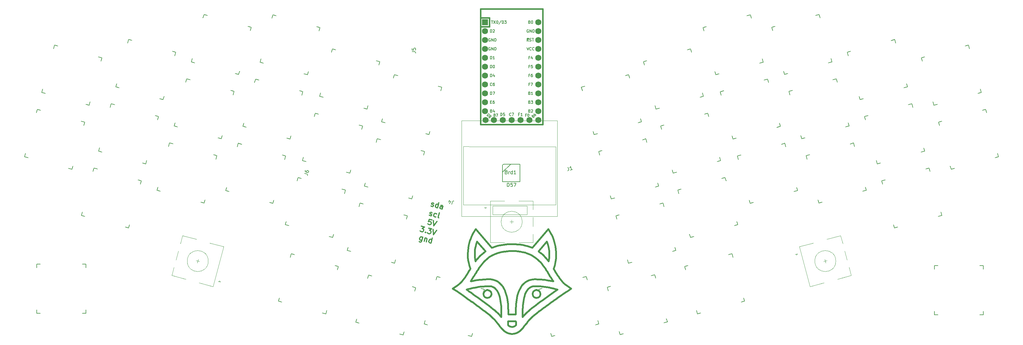
<source format=gbr>
%TF.GenerationSoftware,KiCad,Pcbnew,(6.0.0)*%
%TF.CreationDate,2022-07-03T18:01:25-07:00*%
%TF.ProjectId,ffkb,66666b62-2e6b-4696-9361-645f70636258,rev?*%
%TF.SameCoordinates,Original*%
%TF.FileFunction,Legend,Top*%
%TF.FilePolarity,Positive*%
%FSLAX46Y46*%
G04 Gerber Fmt 4.6, Leading zero omitted, Abs format (unit mm)*
G04 Created by KiCad (PCBNEW (6.0.0)) date 2022-07-03 18:01:25*
%MOMM*%
%LPD*%
G01*
G04 APERTURE LIST*
%ADD10C,0.500000*%
%ADD11C,0.300000*%
%ADD12C,0.200000*%
%ADD13C,0.150000*%
%ADD14C,0.120000*%
%ADD15C,0.381000*%
%ADD16R,1.752600X1.752600*%
%ADD17C,1.752600*%
G04 APERTURE END LIST*
D10*
X153546410Y-101217525D02*
X153031085Y-100835302D01*
X152552564Y-100398222D01*
X152104821Y-99912868D01*
X151785588Y-99521133D01*
X151477739Y-99108724D01*
X151178731Y-98678419D01*
X150886024Y-98232994D01*
X150597077Y-97775227D01*
X150309347Y-97307896D01*
X150116950Y-96992400D01*
X141851968Y-109093108D02*
X141851968Y-109093108D01*
X127464839Y-89907781D02*
X127590995Y-89399176D01*
X127741445Y-88896374D01*
X127857892Y-88557540D01*
X143728191Y-103563455D02*
X143839780Y-104060111D01*
X144182714Y-104481450D01*
X144687333Y-104695835D01*
X144859610Y-104709034D01*
X134794391Y-110150461D02*
X134460133Y-109756342D01*
X134098896Y-109358447D01*
X133841172Y-109093045D01*
X122133868Y-102847042D02*
X122720922Y-103249422D01*
X123218604Y-103592617D01*
X123834259Y-104019311D01*
X124546397Y-104515747D01*
X125333531Y-105068166D01*
X125748505Y-105361069D01*
X126174170Y-105662808D01*
X126607840Y-105971664D01*
X127046828Y-106285915D01*
X127488448Y-106603844D01*
X127930014Y-106923729D01*
X128368839Y-107243851D01*
X128802239Y-107562490D01*
X129227527Y-107877926D01*
X129642016Y-108188439D01*
X130043021Y-108492310D01*
X130793832Y-109073244D01*
X131458473Y-109606970D01*
X132015454Y-110079729D01*
X132443287Y-110477762D01*
X122146632Y-101204183D02*
X120913204Y-102016118D01*
X141851968Y-109093108D02*
X141501199Y-109458119D01*
X141147057Y-109855442D01*
X140898669Y-110150520D01*
X141708160Y-112318120D02*
X142015087Y-111920007D01*
X142333230Y-111518703D01*
X142669306Y-111116911D01*
X143030034Y-110717335D01*
X143249819Y-110491040D01*
X136724529Y-111604801D02*
X136733267Y-111375536D01*
X138968667Y-111604796D02*
X138987541Y-112114737D01*
X138998304Y-112465559D01*
X131964878Y-103563454D02*
X131853265Y-103066766D01*
X131510470Y-102645437D01*
X131006303Y-102431073D01*
X130834245Y-102417878D01*
X137846571Y-112990631D02*
X137320579Y-112889226D01*
X136868409Y-112615895D01*
X136694903Y-112465558D01*
X149752485Y-96396216D02*
X149922793Y-95880886D01*
X150067372Y-95372491D01*
X150187532Y-94871612D01*
X150284580Y-94378830D01*
X150414588Y-93419875D01*
X150467873Y-92500273D01*
X150454915Y-91624669D01*
X150386194Y-90797707D01*
X150272188Y-90024034D01*
X150123376Y-89308293D01*
X149950238Y-88655130D01*
X149763253Y-88069191D01*
X149572899Y-87555119D01*
X149303975Y-86928927D01*
X149031426Y-86388897D01*
X148937372Y-86225367D01*
X144859614Y-102417875D02*
X144369204Y-102530829D01*
X143953037Y-102878006D01*
X143741232Y-103388979D01*
X143728191Y-103563455D01*
X136694903Y-112465558D02*
X136711454Y-111951622D01*
X136724529Y-111604801D01*
X154779966Y-102029401D02*
X153546410Y-101217525D01*
X129661750Y-91846518D02*
X129251855Y-92189744D01*
X128864959Y-92545310D01*
X128499266Y-92912018D01*
X128152977Y-93288671D01*
X127824296Y-93674070D01*
X127511425Y-94067018D01*
X127390302Y-94226043D01*
X133984976Y-112318117D02*
X134376028Y-112823143D01*
X134772188Y-113306895D01*
X135183994Y-113755175D01*
X135621984Y-114153787D01*
X136096699Y-114488532D01*
X136618676Y-114745212D01*
X137198456Y-114909631D01*
X137846576Y-114967590D01*
X130834245Y-102417878D02*
X130834245Y-102417878D01*
X132443318Y-110491040D02*
X132821116Y-110888139D01*
X133170442Y-111288994D01*
X133498014Y-111690905D01*
X133810549Y-112091171D01*
X133984976Y-112318117D01*
X147836446Y-88556166D02*
X148004555Y-89059250D01*
X148163586Y-89631463D01*
X148302342Y-90267556D01*
X148386370Y-90783388D01*
X148447973Y-91329985D01*
X148482430Y-91905132D01*
X148485016Y-92506615D01*
X148451009Y-93132218D01*
X148375686Y-93779728D01*
X148300186Y-94222478D01*
X126025717Y-99969085D02*
X126308310Y-99549455D01*
X126582850Y-99124311D01*
X126851156Y-98695806D01*
X127115047Y-98266093D01*
X127264559Y-98020831D01*
X145404453Y-91382702D02*
X147836446Y-88556166D01*
X137846576Y-114967590D02*
X138494689Y-114909627D01*
X139074463Y-114745207D01*
X139596438Y-114488526D01*
X140071150Y-114153781D01*
X140509140Y-113755171D01*
X140920946Y-113306892D01*
X141317106Y-112823143D01*
X141708160Y-112318120D01*
X144859614Y-102417875D02*
X144859614Y-102417875D01*
X148428711Y-98020831D02*
X148690889Y-98450237D01*
X148956447Y-98879696D01*
X149227203Y-99307038D01*
X149504978Y-99730096D01*
X149667558Y-99969086D01*
X130288672Y-91382836D02*
X129873763Y-91681716D01*
X129661750Y-91846518D01*
X129702827Y-103563448D02*
X129814415Y-104060103D01*
X130157349Y-104481442D01*
X130661972Y-104695829D01*
X130834251Y-104709029D01*
X137846562Y-89327353D02*
X137230241Y-89336718D01*
X136629723Y-89364864D01*
X136044795Y-89411854D01*
X135475244Y-89477754D01*
X134920856Y-89562628D01*
X134381417Y-89666542D01*
X133856714Y-89789560D01*
X133346535Y-89931747D01*
X132850664Y-90093168D01*
X132368889Y-90273889D01*
X132055432Y-90405124D01*
X127857892Y-88557540D02*
X130288672Y-91382836D01*
X131300182Y-101348497D02*
X131858865Y-101395574D01*
X132359818Y-101537696D01*
X132806376Y-101776197D01*
X133201873Y-102112412D01*
X132055432Y-90405124D02*
X127463526Y-85068092D01*
X148229547Y-85068157D02*
X143637708Y-90405126D01*
X133201873Y-102112412D02*
X133600186Y-102617877D01*
X133928910Y-103219590D01*
X134194300Y-103902002D01*
X134339130Y-104394099D01*
X134460444Y-104910545D01*
X134560095Y-105446735D01*
X134639938Y-105998060D01*
X134701824Y-106559914D01*
X134747607Y-107127691D01*
X134779141Y-107696783D01*
X134798278Y-108262584D01*
X134806872Y-108820487D01*
X134806776Y-109365886D01*
X134799842Y-109894173D01*
X134794391Y-110150461D01*
X138907744Y-109398709D02*
X138907744Y-109398709D01*
X149667558Y-99969086D02*
X149102134Y-99849124D01*
X148506230Y-99737181D01*
X147881673Y-99635716D01*
X147230288Y-99547187D01*
X146725244Y-99490757D01*
X146206907Y-99444024D01*
X145676050Y-99408024D01*
X145133443Y-99383795D01*
X144579856Y-99372373D01*
X144393021Y-99371592D01*
X148300186Y-94222478D02*
X147993456Y-93827436D01*
X147671662Y-93439463D01*
X147333014Y-93059747D01*
X146975723Y-92689474D01*
X146598001Y-92329831D01*
X146198057Y-91982003D01*
X146031458Y-91846447D01*
X130834251Y-104709029D02*
X131324188Y-104596067D01*
X131740102Y-104248873D01*
X131951837Y-103737914D01*
X131964878Y-103563454D01*
X126755693Y-86225309D02*
X126469115Y-86761108D01*
X126213393Y-87326441D01*
X126025286Y-87802844D01*
X125835305Y-88353438D01*
X125653929Y-88973577D01*
X125491638Y-89658616D01*
X125358912Y-90403909D01*
X125266231Y-91204810D01*
X125224073Y-92056674D01*
X125242919Y-92954854D01*
X125333249Y-93894706D01*
X125505541Y-94871582D01*
X125625699Y-95372453D01*
X125770277Y-95880839D01*
X125940586Y-96396158D01*
X147836446Y-88556166D02*
X147836446Y-88556166D01*
X134626261Y-100741538D02*
X134198389Y-100348298D01*
X133735470Y-100020993D01*
X133238214Y-99759918D01*
X132707331Y-99565365D01*
X132143528Y-99437626D01*
X131547516Y-99376996D01*
X131300252Y-99371600D01*
X138959927Y-111375545D02*
X138968667Y-111604796D01*
X144798563Y-93391823D02*
X145228375Y-93757218D01*
X145632555Y-94144118D01*
X146013566Y-94549991D01*
X146373872Y-94972302D01*
X146715937Y-95408520D01*
X147042226Y-95856111D01*
X147355202Y-96312543D01*
X147657331Y-96775283D01*
X147951075Y-97241797D01*
X148238899Y-97709554D01*
X148428711Y-98020831D01*
X148937372Y-86225367D02*
X148229547Y-85068157D01*
X127390302Y-94226043D02*
X127301133Y-93694887D01*
X127240063Y-93160826D01*
X127207112Y-92624081D01*
X127202300Y-92084870D01*
X127225646Y-91543414D01*
X127277171Y-90999934D01*
X127356895Y-90454649D01*
X127464839Y-89907781D01*
X131300252Y-99371600D02*
X130743175Y-99378520D01*
X130196822Y-99398594D01*
X129661961Y-99430784D01*
X129139365Y-99474054D01*
X128629804Y-99527365D01*
X127971997Y-99612276D01*
X127340562Y-99710737D01*
X126737325Y-99820290D01*
X126164114Y-99938477D01*
X126025717Y-99969085D01*
X146031458Y-91846447D02*
X145623468Y-91536708D01*
X145404453Y-91382702D01*
X127463526Y-85068092D02*
X126755693Y-86225309D01*
X127464839Y-89907781D02*
X127464839Y-89907781D01*
X138907744Y-109398709D02*
X136785458Y-109398710D01*
X134794391Y-110150461D02*
X134794391Y-110150461D01*
X133841172Y-109093045D02*
X133332197Y-108620370D01*
X132907026Y-108256531D01*
X132422997Y-107859959D01*
X131888536Y-107436008D01*
X131312065Y-106990033D01*
X130702008Y-106527387D01*
X130066789Y-106053423D01*
X129414832Y-105573496D01*
X128754561Y-105092959D01*
X128094399Y-104617165D01*
X127442770Y-104151470D01*
X126808098Y-103701226D01*
X126198807Y-103271787D01*
X125623320Y-102868507D01*
X125090060Y-102496740D01*
X124841899Y-102324347D01*
X127264559Y-98020831D02*
X127549803Y-97553635D01*
X127839326Y-97086000D01*
X128135590Y-96620457D01*
X128441060Y-96159537D01*
X128758201Y-95705773D01*
X129089475Y-95261697D01*
X129437347Y-94829839D01*
X129804281Y-94412732D01*
X130192742Y-94012907D01*
X130605192Y-93632897D01*
X130894704Y-93391815D01*
X138998304Y-112465559D02*
X138583015Y-112784271D01*
X138080062Y-112971922D01*
X137846571Y-112990631D01*
X136733267Y-111375536D02*
X138959927Y-111375545D01*
X125576099Y-96979048D02*
X125287782Y-97451229D01*
X124999934Y-97915691D01*
X124710013Y-98369657D01*
X124415482Y-98810352D01*
X124113799Y-99234998D01*
X123802428Y-99640820D01*
X123478827Y-100025041D01*
X123023948Y-100498937D01*
X122536796Y-100922916D01*
X122146632Y-101204183D01*
X130834245Y-102417878D02*
X130343840Y-102530834D01*
X129927677Y-102878009D01*
X129715871Y-103388975D01*
X129702827Y-103563448D01*
X153546410Y-101217525D02*
X153546410Y-101217525D01*
X150116950Y-96992400D02*
X149855564Y-96564139D01*
X149752485Y-96396216D01*
X125940586Y-96396158D02*
X125678116Y-96824961D01*
X125576119Y-96992332D01*
X143637708Y-90405126D02*
X143165211Y-90211487D01*
X142678764Y-90037197D01*
X142178152Y-89882190D01*
X141663161Y-89746401D01*
X141133576Y-89629762D01*
X140589181Y-89532207D01*
X140029764Y-89453672D01*
X139455108Y-89394088D01*
X138864999Y-89353391D01*
X138259222Y-89331514D01*
X137846562Y-89327353D01*
X144859610Y-104709034D02*
X145349550Y-104596068D01*
X145765468Y-104248870D01*
X145977201Y-103737908D01*
X145990240Y-103563447D01*
X150848925Y-102325931D02*
X150339859Y-102679996D01*
X149784418Y-103068208D01*
X149191018Y-103485217D01*
X148568075Y-103925675D01*
X147924005Y-104384232D01*
X147267225Y-104855540D01*
X146606151Y-105334249D01*
X145949200Y-105815011D01*
X145304788Y-106292475D01*
X144681331Y-106761295D01*
X144087245Y-107216119D01*
X143530948Y-107651600D01*
X143020855Y-108062389D01*
X142565383Y-108443135D01*
X142172949Y-108788491D01*
X141851968Y-109093108D01*
X124841899Y-102324347D02*
X125437120Y-102153655D01*
X125931006Y-102025056D01*
X126462937Y-101899290D01*
X127030536Y-101779353D01*
X127631424Y-101668245D01*
X128263223Y-101568961D01*
X128923553Y-101484499D01*
X129610037Y-101417858D01*
X130320296Y-101372033D01*
X131051952Y-101350023D01*
X131300182Y-101348497D01*
X142491192Y-102112492D02*
X142886679Y-101776244D01*
X143333223Y-101537742D01*
X143834176Y-101395632D01*
X144392892Y-101348560D01*
X137846635Y-91304183D02*
X138386097Y-91312194D01*
X138910676Y-91336266D01*
X139420560Y-91376457D01*
X140158251Y-91467090D01*
X140863952Y-91594313D01*
X141538306Y-91758318D01*
X142181955Y-91959300D01*
X142795543Y-92197453D01*
X143379712Y-92472969D01*
X143935106Y-92786044D01*
X144462367Y-93136870D01*
X144798563Y-93391823D01*
X143249819Y-110491040D02*
X143677641Y-110093005D01*
X144234613Y-109620244D01*
X144899247Y-109086515D01*
X145650053Y-108505577D01*
X146051055Y-108201704D01*
X146465542Y-107891189D01*
X146890828Y-107575752D01*
X147324226Y-107257111D01*
X147763051Y-106936988D01*
X148204616Y-106617101D01*
X148646236Y-106299172D01*
X149085224Y-105984919D01*
X149518893Y-105676062D01*
X149944559Y-105374323D01*
X150359535Y-105081419D01*
X151146671Y-104529001D01*
X151858814Y-104032566D01*
X152474475Y-103605875D01*
X152972164Y-103262685D01*
X153450496Y-102934565D01*
X153559244Y-102860327D01*
X137846571Y-112990631D02*
X137846571Y-112990631D01*
X141067003Y-100741540D02*
X140727828Y-101132710D01*
X140424966Y-101560086D01*
X140156471Y-102020192D01*
X139920397Y-102509554D01*
X139714795Y-103024695D01*
X139537721Y-103562140D01*
X139387228Y-104118413D01*
X139261369Y-104690040D01*
X139158197Y-105273544D01*
X139075766Y-105865450D01*
X139012130Y-106462283D01*
X138965343Y-107060568D01*
X138933457Y-107656828D01*
X138914526Y-108247588D01*
X138906604Y-108829374D01*
X138907744Y-109398709D01*
X130894704Y-93391815D02*
X131403567Y-93015733D01*
X131940135Y-92677524D01*
X132505050Y-92376996D01*
X133098954Y-92113957D01*
X133722491Y-91888213D01*
X134376304Y-91699573D01*
X135061036Y-91547843D01*
X135777329Y-91432832D01*
X136525827Y-91354346D01*
X137043034Y-91322220D01*
X137575031Y-91306184D01*
X137846635Y-91304183D01*
X144392892Y-101348560D02*
X145128502Y-101361996D01*
X145844229Y-101400295D01*
X146537619Y-101460450D01*
X147206220Y-101539456D01*
X147847577Y-101634305D01*
X148459239Y-101741992D01*
X149038751Y-101859509D01*
X149583660Y-101983851D01*
X150091513Y-102112011D01*
X150706767Y-102283634D01*
X150848925Y-102325931D01*
X145990240Y-103563447D02*
X145878668Y-103066763D01*
X145535885Y-102645438D01*
X145031689Y-102431072D01*
X144859614Y-102417875D01*
X140898669Y-110150520D02*
X140889012Y-109632517D01*
X140885266Y-109095097D01*
X140889284Y-108542869D01*
X140902918Y-107980438D01*
X140928022Y-107412413D01*
X140966450Y-106843399D01*
X141020053Y-106278005D01*
X141090686Y-105720837D01*
X141180202Y-105176502D01*
X141290453Y-104649608D01*
X141423294Y-104144762D01*
X141580576Y-103666570D01*
X141866383Y-103009338D01*
X142217609Y-102437994D01*
X142491192Y-102112492D01*
X144393021Y-99371592D02*
X143784344Y-99405301D01*
X143207580Y-99506234D01*
X142663441Y-99674097D01*
X142152640Y-99908598D01*
X141675891Y-100209446D01*
X141233904Y-100576349D01*
X141067003Y-100741540D01*
X153559244Y-102860327D02*
X154779966Y-102029401D01*
X120913204Y-102016118D02*
X122133868Y-102847042D01*
X136785458Y-109398710D02*
X136786597Y-108829386D01*
X136778673Y-108247611D01*
X136759740Y-107656858D01*
X136727851Y-107060605D01*
X136681061Y-106462326D01*
X136617422Y-105865496D01*
X136534990Y-105273592D01*
X136431818Y-104690088D01*
X136305959Y-104118461D01*
X136155468Y-103562185D01*
X135978399Y-103024736D01*
X135772805Y-102509589D01*
X135536740Y-102020221D01*
X135268259Y-101560106D01*
X134965414Y-101132719D01*
X134626261Y-100741538D01*
D11*
X112303664Y-87345064D02*
X111989384Y-88517974D01*
X111883415Y-88637476D01*
X111795933Y-88687984D01*
X111639457Y-88720004D01*
X111432473Y-88664543D01*
X111312970Y-88558574D01*
X112063332Y-88241995D02*
X111906856Y-88274015D01*
X111630877Y-88200067D01*
X111511375Y-88094098D01*
X111460867Y-88006617D01*
X111428846Y-87850140D01*
X111539769Y-87436172D01*
X111645738Y-87316669D01*
X111733219Y-87266162D01*
X111889696Y-87234141D01*
X112165675Y-87308090D01*
X112285177Y-87414058D01*
X112993611Y-87529935D02*
X112734792Y-88495860D01*
X112956637Y-87667924D02*
X113044119Y-87617416D01*
X113200595Y-87585396D01*
X113407579Y-87640857D01*
X113527082Y-87746826D01*
X113559102Y-87903302D01*
X113355744Y-88662244D01*
X114666644Y-89013498D02*
X115054872Y-87564610D01*
X114685131Y-88944504D02*
X114528654Y-88976524D01*
X114252676Y-88902576D01*
X114133173Y-88796607D01*
X114082666Y-88709125D01*
X114050645Y-88552649D01*
X114161568Y-88138681D01*
X114267536Y-88019178D01*
X114355018Y-87968671D01*
X114511495Y-87936650D01*
X114787473Y-88010598D01*
X114906976Y-88116567D01*
X114225260Y-81056713D02*
X114344762Y-81162682D01*
X114620741Y-81236630D01*
X114777218Y-81204610D01*
X114883186Y-81085107D01*
X114901674Y-81016113D01*
X114869653Y-80859636D01*
X114750151Y-80753667D01*
X114543167Y-80698206D01*
X114423664Y-80592237D01*
X114391644Y-80435761D01*
X114410131Y-80366766D01*
X114516100Y-80247264D01*
X114672576Y-80215243D01*
X114879560Y-80270704D01*
X114999063Y-80376673D01*
X116088117Y-81555864D02*
X115931641Y-81587885D01*
X115655662Y-81513936D01*
X115536159Y-81407967D01*
X115485652Y-81320486D01*
X115453631Y-81164009D01*
X115564554Y-80750041D01*
X115670522Y-80630539D01*
X115758004Y-80580031D01*
X115914481Y-80548010D01*
X116190460Y-80621959D01*
X116309962Y-80727928D01*
X116897566Y-81846704D02*
X116778064Y-81740735D01*
X116746043Y-81584258D01*
X117078811Y-80342354D01*
X111928767Y-84190549D02*
X112825698Y-84430881D01*
X112194839Y-84853429D01*
X112401823Y-84908890D01*
X112521325Y-85014859D01*
X112571833Y-85102341D01*
X112603853Y-85258818D01*
X112511418Y-85603791D01*
X112405449Y-85723293D01*
X112317967Y-85773801D01*
X112161491Y-85805822D01*
X111747523Y-85694899D01*
X111628020Y-85588930D01*
X111577513Y-85501448D01*
X113095396Y-85908164D02*
X113145904Y-85995646D01*
X113058422Y-86046153D01*
X113007914Y-85958672D01*
X113095396Y-85908164D01*
X113058422Y-86046153D01*
X113998608Y-84745161D02*
X114895539Y-84985493D01*
X114264680Y-85408041D01*
X114471664Y-85463503D01*
X114591166Y-85569471D01*
X114641674Y-85656953D01*
X114673694Y-85813430D01*
X114581259Y-86158403D01*
X114475290Y-86277906D01*
X114387808Y-86328413D01*
X114231332Y-86360434D01*
X113817364Y-86249511D01*
X113697861Y-86143542D01*
X113647354Y-86056061D01*
X115309507Y-85096416D02*
X115404242Y-86674714D01*
X116275433Y-85355235D01*
X114921640Y-82404293D02*
X114231693Y-82219422D01*
X113977828Y-82890882D01*
X114065309Y-82840375D01*
X114221786Y-82808354D01*
X114566759Y-82900790D01*
X114686262Y-83006758D01*
X114736769Y-83094240D01*
X114768790Y-83250717D01*
X114676354Y-83595690D01*
X114570386Y-83715192D01*
X114482904Y-83765700D01*
X114326427Y-83797721D01*
X113981454Y-83705285D01*
X113861952Y-83599316D01*
X113811444Y-83511835D01*
X115404603Y-82533703D02*
X115499337Y-84112001D01*
X116370529Y-82792522D01*
X114710191Y-78391407D02*
X114829693Y-78497376D01*
X115105672Y-78571324D01*
X115262148Y-78539304D01*
X115368117Y-78419801D01*
X115386604Y-78350807D01*
X115354584Y-78194330D01*
X115235082Y-78088361D01*
X115028097Y-78032900D01*
X114908595Y-77926931D01*
X114876575Y-77770455D01*
X114895062Y-77701460D01*
X115001030Y-77581958D01*
X115157507Y-77549937D01*
X115364491Y-77605399D01*
X115483993Y-77711367D01*
X116554561Y-78959553D02*
X116942789Y-77510664D01*
X116573048Y-78890558D02*
X116416571Y-78922579D01*
X116140593Y-78848630D01*
X116021090Y-78742662D01*
X115970583Y-78655180D01*
X115938562Y-78498703D01*
X116049484Y-78084735D01*
X116155453Y-77965233D01*
X116242935Y-77914725D01*
X116399412Y-77882705D01*
X116675390Y-77956653D01*
X116794893Y-78062622D01*
X117865460Y-79310807D02*
X118068818Y-78551866D01*
X118036797Y-78395389D01*
X117917295Y-78289420D01*
X117641316Y-78215472D01*
X117484840Y-78247493D01*
X117883947Y-79241813D02*
X117727471Y-79273833D01*
X117382497Y-79181398D01*
X117262995Y-79075429D01*
X117230974Y-78918952D01*
X117267948Y-78780963D01*
X117373917Y-78661461D01*
X117530394Y-78629440D01*
X117875367Y-78721876D01*
X118031844Y-78689855D01*
D12*
%TO.C,D57*%
X136492344Y-72866565D02*
X136492344Y-71866565D01*
X136730439Y-71866565D01*
X136873296Y-71914185D01*
X136968534Y-72009423D01*
X137016153Y-72104661D01*
X137063772Y-72295137D01*
X137063772Y-72437994D01*
X137016153Y-72628470D01*
X136968534Y-72723708D01*
X136873296Y-72818946D01*
X136730439Y-72866565D01*
X136492344Y-72866565D01*
X137968534Y-71866565D02*
X137492344Y-71866565D01*
X137444725Y-72342756D01*
X137492344Y-72295137D01*
X137587582Y-72247518D01*
X137825677Y-72247518D01*
X137920915Y-72295137D01*
X137968534Y-72342756D01*
X138016153Y-72437994D01*
X138016153Y-72676089D01*
X137968534Y-72771327D01*
X137920915Y-72818946D01*
X137825677Y-72866565D01*
X137587582Y-72866565D01*
X137492344Y-72818946D01*
X137444725Y-72771327D01*
X138349487Y-71866565D02*
X139016153Y-71866565D01*
X138587582Y-72866565D01*
D13*
%TO.C,*%
%TO.C,J5*%
X109303016Y-34337511D02*
X110017302Y-34337511D01*
X110160159Y-34385130D01*
X110255397Y-34480368D01*
X110303016Y-34623225D01*
X110303016Y-34718463D01*
X109303016Y-33385130D02*
X109303016Y-33861320D01*
X109779207Y-33908939D01*
X109731588Y-33861320D01*
X109683969Y-33766082D01*
X109683969Y-33527987D01*
X109731588Y-33432749D01*
X109779207Y-33385130D01*
X109874445Y-33337511D01*
X110112540Y-33337511D01*
X110207778Y-33385130D01*
X110255397Y-33432749D01*
X110303016Y-33527987D01*
X110303016Y-33766082D01*
X110255397Y-33861320D01*
X110207778Y-33908939D01*
%TO.C,Brd1*%
X136239962Y-68728759D02*
X136382819Y-68776378D01*
X136430438Y-68823997D01*
X136478057Y-68919235D01*
X136478057Y-69062092D01*
X136430438Y-69157330D01*
X136382819Y-69204949D01*
X136287581Y-69252568D01*
X135906629Y-69252568D01*
X135906629Y-68252568D01*
X136239962Y-68252568D01*
X136335200Y-68300188D01*
X136382819Y-68347807D01*
X136430438Y-68443045D01*
X136430438Y-68538283D01*
X136382819Y-68633521D01*
X136335200Y-68681140D01*
X136239962Y-68728759D01*
X135906629Y-68728759D01*
X136906629Y-69252568D02*
X136906629Y-68585902D01*
X136906629Y-68776378D02*
X136954248Y-68681140D01*
X137001867Y-68633521D01*
X137097105Y-68585902D01*
X137192343Y-68585902D01*
X137954248Y-69252568D02*
X137954248Y-68252568D01*
X137954248Y-69204949D02*
X137859009Y-69252568D01*
X137668533Y-69252568D01*
X137573295Y-69204949D01*
X137525676Y-69157330D01*
X137478057Y-69062092D01*
X137478057Y-68776378D01*
X137525676Y-68681140D01*
X137573295Y-68633521D01*
X137668533Y-68585902D01*
X137859009Y-68585902D01*
X137954248Y-68633521D01*
X138954248Y-69252568D02*
X138382819Y-69252568D01*
X138668533Y-69252568D02*
X138668533Y-68252568D01*
X138573295Y-68395426D01*
X138478057Y-68490664D01*
X138382819Y-68538283D01*
%TO.C,J6*%
X78551564Y-69093864D02*
X79241511Y-69278734D01*
X79367176Y-69361705D01*
X79434519Y-69478347D01*
X79443542Y-69628661D01*
X79418892Y-69720654D01*
X78785734Y-68219931D02*
X78736435Y-68403917D01*
X78757782Y-68508234D01*
X78791454Y-68566555D01*
X78904794Y-68695522D01*
X79076455Y-68790818D01*
X79444427Y-68889416D01*
X79548744Y-68868068D01*
X79607065Y-68834397D01*
X79677711Y-68754728D01*
X79727010Y-68570743D01*
X79705663Y-68466425D01*
X79671991Y-68408104D01*
X79592323Y-68337458D01*
X79362341Y-68275834D01*
X79258023Y-68297181D01*
X79199702Y-68330853D01*
X79129056Y-68410521D01*
X79079757Y-68594507D01*
X79101104Y-68698825D01*
X79134776Y-68757146D01*
X79214444Y-68827792D01*
%TO.C,U4*%
X131934286Y-25496083D02*
X132391429Y-25496083D01*
X132162858Y-26296083D02*
X132162858Y-25496083D01*
X132581905Y-25496083D02*
X133115239Y-26296083D01*
X133115239Y-25496083D02*
X132581905Y-26296083D01*
X133572382Y-25496083D02*
X133648572Y-25496083D01*
X133724763Y-25534179D01*
X133762858Y-25572274D01*
X133800953Y-25648464D01*
X133839048Y-25800845D01*
X133839048Y-25991321D01*
X133800953Y-26143702D01*
X133762858Y-26219893D01*
X133724763Y-26257988D01*
X133648572Y-26296083D01*
X133572382Y-26296083D01*
X133496191Y-26257988D01*
X133458096Y-26219893D01*
X133420001Y-26143702D01*
X133381905Y-25991321D01*
X133381905Y-25800845D01*
X133420001Y-25648464D01*
X133458096Y-25572274D01*
X133496191Y-25534179D01*
X133572382Y-25496083D01*
X134753334Y-25457988D02*
X134067620Y-26486559D01*
X135020001Y-26296083D02*
X135020001Y-25496083D01*
X135210477Y-25496083D01*
X135324763Y-25534179D01*
X135400953Y-25610369D01*
X135439048Y-25686559D01*
X135477143Y-25838940D01*
X135477143Y-25953226D01*
X135439048Y-26105607D01*
X135400953Y-26181798D01*
X135324763Y-26257988D01*
X135210477Y-26296083D01*
X135020001Y-26296083D01*
X135743810Y-25496083D02*
X136239048Y-25496083D01*
X135972382Y-25800845D01*
X136086667Y-25800845D01*
X136162858Y-25838940D01*
X136200953Y-25877036D01*
X136239048Y-25953226D01*
X136239048Y-26143702D01*
X136200953Y-26219893D01*
X136162858Y-26257988D01*
X136086667Y-26296083D01*
X135858096Y-26296083D01*
X135781905Y-26257988D01*
X135743810Y-26219893D01*
X142890968Y-41117036D02*
X142624301Y-41117036D01*
X142624301Y-41536083D02*
X142624301Y-40736083D01*
X143005254Y-40736083D01*
X143652873Y-40736083D02*
X143500492Y-40736083D01*
X143424301Y-40774179D01*
X143386206Y-40812274D01*
X143310015Y-40926559D01*
X143271920Y-41078940D01*
X143271920Y-41383702D01*
X143310015Y-41459893D01*
X143348111Y-41497988D01*
X143424301Y-41536083D01*
X143576682Y-41536083D01*
X143652873Y-41497988D01*
X143690968Y-41459893D01*
X143729063Y-41383702D01*
X143729063Y-41193226D01*
X143690968Y-41117036D01*
X143652873Y-41078940D01*
X143576682Y-41040845D01*
X143424301Y-41040845D01*
X143348111Y-41078940D01*
X143310015Y-41117036D01*
X143271920Y-41193226D01*
X142090968Y-33116083D02*
X142357635Y-33916083D01*
X142624301Y-33116083D01*
X143348111Y-33839893D02*
X143310015Y-33877988D01*
X143195730Y-33916083D01*
X143119539Y-33916083D01*
X143005254Y-33877988D01*
X142929063Y-33801798D01*
X142890968Y-33725607D01*
X142852873Y-33573226D01*
X142852873Y-33458940D01*
X142890968Y-33306559D01*
X142929063Y-33230369D01*
X143005254Y-33154179D01*
X143119539Y-33116083D01*
X143195730Y-33116083D01*
X143310015Y-33154179D01*
X143348111Y-33192274D01*
X144148111Y-33839893D02*
X144110015Y-33877988D01*
X143995730Y-33916083D01*
X143919539Y-33916083D01*
X143805254Y-33877988D01*
X143729063Y-33801798D01*
X143690968Y-33725607D01*
X143652873Y-33573226D01*
X143652873Y-33458940D01*
X143690968Y-33306559D01*
X143729063Y-33230369D01*
X143805254Y-33154179D01*
X143919539Y-33116083D01*
X143995730Y-33116083D01*
X144110015Y-33154179D01*
X144148111Y-33192274D01*
X142896421Y-31307988D02*
X143010707Y-31346083D01*
X143201183Y-31346083D01*
X143277374Y-31307988D01*
X143315469Y-31269893D01*
X143353564Y-31193702D01*
X143353564Y-31117512D01*
X143315469Y-31041321D01*
X143277374Y-31003226D01*
X143201183Y-30965131D01*
X143048802Y-30927036D01*
X142972612Y-30888940D01*
X142934516Y-30850845D01*
X142896421Y-30774655D01*
X142896421Y-30698464D01*
X142934516Y-30622274D01*
X142972612Y-30584179D01*
X143048802Y-30546083D01*
X143239278Y-30546083D01*
X143353564Y-30584179D01*
X143582135Y-30546083D02*
X144039278Y-30546083D01*
X143810707Y-31346083D02*
X143810707Y-30546083D01*
X131683254Y-48737036D02*
X131949920Y-48737036D01*
X132064206Y-49156083D02*
X131683254Y-49156083D01*
X131683254Y-48356083D01*
X132064206Y-48356083D01*
X132749920Y-48356083D02*
X132597539Y-48356083D01*
X132521349Y-48394179D01*
X132483254Y-48432274D01*
X132407063Y-48546559D01*
X132368968Y-48698940D01*
X132368968Y-49003702D01*
X132407063Y-49079893D01*
X132445158Y-49117988D01*
X132521349Y-49156083D01*
X132673730Y-49156083D01*
X132749920Y-49117988D01*
X132788015Y-49079893D01*
X132826111Y-49003702D01*
X132826111Y-48813226D01*
X132788015Y-48737036D01*
X132749920Y-48698940D01*
X132673730Y-48660845D01*
X132521349Y-48660845D01*
X132445158Y-48698940D01*
X132407063Y-48737036D01*
X132368968Y-48813226D01*
X131645158Y-36456083D02*
X131645158Y-35656083D01*
X131835635Y-35656083D01*
X131949920Y-35694179D01*
X132026111Y-35770369D01*
X132064206Y-35846559D01*
X132102301Y-35998940D01*
X132102301Y-36113226D01*
X132064206Y-36265607D01*
X132026111Y-36341798D01*
X131949920Y-36417988D01*
X131835635Y-36456083D01*
X131645158Y-36456083D01*
X132864206Y-36456083D02*
X132407063Y-36456083D01*
X132635635Y-36456083D02*
X132635635Y-35656083D01*
X132559444Y-35770369D01*
X132483254Y-35846559D01*
X132407063Y-35884655D01*
X142833825Y-25877036D02*
X142948111Y-25915131D01*
X142986206Y-25953226D01*
X143024301Y-26029417D01*
X143024301Y-26143702D01*
X142986206Y-26219893D01*
X142948111Y-26257988D01*
X142871920Y-26296083D01*
X142567158Y-26296083D01*
X142567158Y-25496083D01*
X142833825Y-25496083D01*
X142910015Y-25534179D01*
X142948111Y-25572274D01*
X142986206Y-25648464D01*
X142986206Y-25724655D01*
X142948111Y-25800845D01*
X142910015Y-25838940D01*
X142833825Y-25877036D01*
X142567158Y-25877036D01*
X143519539Y-25496083D02*
X143595730Y-25496083D01*
X143671920Y-25534179D01*
X143710015Y-25572274D01*
X143748111Y-25648464D01*
X143786206Y-25800845D01*
X143786206Y-25991321D01*
X143748111Y-26143702D01*
X143710015Y-26219893D01*
X143671920Y-26257988D01*
X143595730Y-26296083D01*
X143519539Y-26296083D01*
X143443349Y-26257988D01*
X143405254Y-26219893D01*
X143367158Y-26143702D01*
X143329063Y-25991321D01*
X143329063Y-25800845D01*
X143367158Y-25648464D01*
X143405254Y-25572274D01*
X143443349Y-25534179D01*
X143519539Y-25496083D01*
X131645158Y-46616083D02*
X131645158Y-45816083D01*
X131835635Y-45816083D01*
X131949920Y-45854179D01*
X132026111Y-45930369D01*
X132064206Y-46006559D01*
X132102301Y-46158940D01*
X132102301Y-46273226D01*
X132064206Y-46425607D01*
X132026111Y-46501798D01*
X131949920Y-46577988D01*
X131835635Y-46616083D01*
X131645158Y-46616083D01*
X132368968Y-45816083D02*
X132902301Y-45816083D01*
X132559444Y-46616083D01*
X132913301Y-52454179D02*
X133013301Y-52487512D01*
X133046635Y-52520845D01*
X133079968Y-52587512D01*
X133079968Y-52687512D01*
X133046635Y-52754179D01*
X133013301Y-52787512D01*
X132946635Y-52820845D01*
X132679968Y-52820845D01*
X132679968Y-52120845D01*
X132913301Y-52120845D01*
X132979968Y-52154179D01*
X133013301Y-52187512D01*
X133046635Y-52254179D01*
X133046635Y-52320845D01*
X133013301Y-52387512D01*
X132979968Y-52420845D01*
X132913301Y-52454179D01*
X132679968Y-52454179D01*
X133313301Y-52120845D02*
X133779968Y-52120845D01*
X133479968Y-52820845D01*
X131645158Y-28836083D02*
X131645158Y-28036083D01*
X131835635Y-28036083D01*
X131949920Y-28074179D01*
X132026111Y-28150369D01*
X132064206Y-28226559D01*
X132102301Y-28378940D01*
X132102301Y-28493226D01*
X132064206Y-28645607D01*
X132026111Y-28721798D01*
X131949920Y-28797988D01*
X131835635Y-28836083D01*
X131645158Y-28836083D01*
X132407063Y-28112274D02*
X132445158Y-28074179D01*
X132521349Y-28036083D01*
X132711825Y-28036083D01*
X132788015Y-28074179D01*
X132826111Y-28112274D01*
X132864206Y-28188464D01*
X132864206Y-28264655D01*
X132826111Y-28378940D01*
X132368968Y-28836083D01*
X132864206Y-28836083D01*
X131626111Y-33154179D02*
X131549920Y-33116083D01*
X131435635Y-33116083D01*
X131321349Y-33154179D01*
X131245158Y-33230369D01*
X131207063Y-33306559D01*
X131168968Y-33458940D01*
X131168968Y-33573226D01*
X131207063Y-33725607D01*
X131245158Y-33801798D01*
X131321349Y-33877988D01*
X131435635Y-33916083D01*
X131511825Y-33916083D01*
X131626111Y-33877988D01*
X131664206Y-33839893D01*
X131664206Y-33573226D01*
X131511825Y-33573226D01*
X132007063Y-33916083D02*
X132007063Y-33116083D01*
X132464206Y-33916083D01*
X132464206Y-33116083D01*
X132845158Y-33916083D02*
X132845158Y-33116083D01*
X133035635Y-33116083D01*
X133149920Y-33154179D01*
X133226111Y-33230369D01*
X133264206Y-33306559D01*
X133302301Y-33458940D01*
X133302301Y-33573226D01*
X133264206Y-33725607D01*
X133226111Y-33801798D01*
X133149920Y-33877988D01*
X133035635Y-33916083D01*
X132845158Y-33916083D01*
X142833825Y-46197036D02*
X142948111Y-46235131D01*
X142986206Y-46273226D01*
X143024301Y-46349417D01*
X143024301Y-46463702D01*
X142986206Y-46539893D01*
X142948111Y-46577988D01*
X142871920Y-46616083D01*
X142567158Y-46616083D01*
X142567158Y-45816083D01*
X142833825Y-45816083D01*
X142910015Y-45854179D01*
X142948111Y-45892274D01*
X142986206Y-45968464D01*
X142986206Y-46044655D01*
X142948111Y-46120845D01*
X142910015Y-46158940D01*
X142833825Y-46197036D01*
X142567158Y-46197036D01*
X143786206Y-46616083D02*
X143329063Y-46616083D01*
X143557635Y-46616083D02*
X143557635Y-45816083D01*
X143481444Y-45930369D01*
X143405254Y-46006559D01*
X143329063Y-46044655D01*
X131461626Y-52839881D02*
X131414486Y-52745600D01*
X131414486Y-52698459D01*
X131438056Y-52627749D01*
X131508767Y-52557038D01*
X131579477Y-52533468D01*
X131626618Y-52533468D01*
X131697328Y-52557038D01*
X131885890Y-52745600D01*
X131390915Y-53240575D01*
X131225924Y-53075583D01*
X131202354Y-53004872D01*
X131202354Y-52957732D01*
X131225924Y-52887021D01*
X131273064Y-52839881D01*
X131343775Y-52816311D01*
X131390915Y-52816311D01*
X131461626Y-52839881D01*
X131626618Y-53004872D01*
X130660238Y-52509898D02*
X130895941Y-52745600D01*
X131155213Y-52533468D01*
X131108073Y-52533468D01*
X131037362Y-52509898D01*
X130919511Y-52392046D01*
X130895941Y-52321336D01*
X130895941Y-52274195D01*
X130919511Y-52203485D01*
X131037362Y-52085634D01*
X131108073Y-52062063D01*
X131155213Y-52062063D01*
X131225924Y-52085634D01*
X131343775Y-52203485D01*
X131367345Y-52274195D01*
X131367345Y-52321336D01*
X141963301Y-52454179D02*
X141729968Y-52454179D01*
X141729968Y-52820845D02*
X141729968Y-52120845D01*
X142063301Y-52120845D01*
X142463301Y-52120845D02*
X142529968Y-52120845D01*
X142596635Y-52154179D01*
X142629968Y-52187512D01*
X142663301Y-52254179D01*
X142696635Y-52387512D01*
X142696635Y-52554179D01*
X142663301Y-52687512D01*
X142629968Y-52754179D01*
X142596635Y-52787512D01*
X142529968Y-52820845D01*
X142463301Y-52820845D01*
X142396635Y-52787512D01*
X142363301Y-52754179D01*
X142329968Y-52687512D01*
X142296635Y-52554179D01*
X142296635Y-52387512D01*
X142329968Y-52254179D01*
X142363301Y-52187512D01*
X142396635Y-52154179D01*
X142463301Y-52120845D01*
X131645158Y-38996083D02*
X131645158Y-38196083D01*
X131835635Y-38196083D01*
X131949920Y-38234179D01*
X132026111Y-38310369D01*
X132064206Y-38386559D01*
X132102301Y-38538940D01*
X132102301Y-38653226D01*
X132064206Y-38805607D01*
X132026111Y-38881798D01*
X131949920Y-38957988D01*
X131835635Y-38996083D01*
X131645158Y-38996083D01*
X132597539Y-38196083D02*
X132673730Y-38196083D01*
X132749920Y-38234179D01*
X132788015Y-38272274D01*
X132826111Y-38348464D01*
X132864206Y-38500845D01*
X132864206Y-38691321D01*
X132826111Y-38843702D01*
X132788015Y-38919893D01*
X132749920Y-38957988D01*
X132673730Y-38996083D01*
X132597539Y-38996083D01*
X132521349Y-38957988D01*
X132483254Y-38919893D01*
X132445158Y-38843702D01*
X132407063Y-38691321D01*
X132407063Y-38500845D01*
X132445158Y-38348464D01*
X132483254Y-38272274D01*
X132521349Y-38234179D01*
X132597539Y-38196083D01*
X142890968Y-43657036D02*
X142624301Y-43657036D01*
X142624301Y-44076083D02*
X142624301Y-43276083D01*
X143005254Y-43276083D01*
X143233825Y-43276083D02*
X143767158Y-43276083D01*
X143424301Y-44076083D01*
X142833825Y-48737036D02*
X142948111Y-48775131D01*
X142986206Y-48813226D01*
X143024301Y-48889417D01*
X143024301Y-49003702D01*
X142986206Y-49079893D01*
X142948111Y-49117988D01*
X142871920Y-49156083D01*
X142567158Y-49156083D01*
X142567158Y-48356083D01*
X142833825Y-48356083D01*
X142910015Y-48394179D01*
X142948111Y-48432274D01*
X142986206Y-48508464D01*
X142986206Y-48584655D01*
X142948111Y-48660845D01*
X142910015Y-48698940D01*
X142833825Y-48737036D01*
X142567158Y-48737036D01*
X143290968Y-48356083D02*
X143786206Y-48356083D01*
X143519539Y-48660845D01*
X143633825Y-48660845D01*
X143710015Y-48698940D01*
X143748111Y-48737036D01*
X143786206Y-48813226D01*
X143786206Y-49003702D01*
X143748111Y-49079893D01*
X143710015Y-49117988D01*
X143633825Y-49156083D01*
X143405254Y-49156083D01*
X143329063Y-49117988D01*
X143290968Y-49079893D01*
X142548111Y-28074179D02*
X142471920Y-28036083D01*
X142357635Y-28036083D01*
X142243349Y-28074179D01*
X142167158Y-28150369D01*
X142129063Y-28226559D01*
X142090968Y-28378940D01*
X142090968Y-28493226D01*
X142129063Y-28645607D01*
X142167158Y-28721798D01*
X142243349Y-28797988D01*
X142357635Y-28836083D01*
X142433825Y-28836083D01*
X142548111Y-28797988D01*
X142586206Y-28759893D01*
X142586206Y-28493226D01*
X142433825Y-28493226D01*
X142929063Y-28836083D02*
X142929063Y-28036083D01*
X143386206Y-28836083D01*
X143386206Y-28036083D01*
X143767158Y-28836083D02*
X143767158Y-28036083D01*
X143957635Y-28036083D01*
X144071920Y-28074179D01*
X144148111Y-28150369D01*
X144186206Y-28226559D01*
X144224301Y-28378940D01*
X144224301Y-28493226D01*
X144186206Y-28645607D01*
X144148111Y-28721798D01*
X144071920Y-28797988D01*
X143957635Y-28836083D01*
X143767158Y-28836083D01*
X139969968Y-52247036D02*
X139703301Y-52247036D01*
X139703301Y-52666083D02*
X139703301Y-51866083D01*
X140084254Y-51866083D01*
X140808063Y-52666083D02*
X140350920Y-52666083D01*
X140579492Y-52666083D02*
X140579492Y-51866083D01*
X140503301Y-51980369D01*
X140427111Y-52056559D01*
X140350920Y-52094655D01*
X131626111Y-30614179D02*
X131549920Y-30576083D01*
X131435635Y-30576083D01*
X131321349Y-30614179D01*
X131245158Y-30690369D01*
X131207063Y-30766559D01*
X131168968Y-30918940D01*
X131168968Y-31033226D01*
X131207063Y-31185607D01*
X131245158Y-31261798D01*
X131321349Y-31337988D01*
X131435635Y-31376083D01*
X131511825Y-31376083D01*
X131626111Y-31337988D01*
X131664206Y-31299893D01*
X131664206Y-31033226D01*
X131511825Y-31033226D01*
X132007063Y-31376083D02*
X132007063Y-30576083D01*
X132464206Y-31376083D01*
X132464206Y-30576083D01*
X132845158Y-31376083D02*
X132845158Y-30576083D01*
X133035635Y-30576083D01*
X133149920Y-30614179D01*
X133226111Y-30690369D01*
X133264206Y-30766559D01*
X133302301Y-30918940D01*
X133302301Y-31033226D01*
X133264206Y-31185607D01*
X133226111Y-31261798D01*
X133149920Y-31337988D01*
X133035635Y-31376083D01*
X132845158Y-31376083D01*
X137563301Y-52589893D02*
X137525206Y-52627988D01*
X137410920Y-52666083D01*
X137334730Y-52666083D01*
X137220444Y-52627988D01*
X137144254Y-52551798D01*
X137106158Y-52475607D01*
X137068063Y-52323226D01*
X137068063Y-52208940D01*
X137106158Y-52056559D01*
X137144254Y-51980369D01*
X137220444Y-51904179D01*
X137334730Y-51866083D01*
X137410920Y-51866083D01*
X137525206Y-51904179D01*
X137563301Y-51942274D01*
X137829968Y-51866083D02*
X138363301Y-51866083D01*
X138020444Y-52666083D01*
X143860932Y-52769170D02*
X143955213Y-52722030D01*
X144002354Y-52722030D01*
X144073064Y-52745600D01*
X144143775Y-52816311D01*
X144167345Y-52887021D01*
X144167345Y-52934162D01*
X144143775Y-53004872D01*
X143955213Y-53193434D01*
X143460238Y-52698459D01*
X143625230Y-52533468D01*
X143695941Y-52509898D01*
X143743081Y-52509898D01*
X143813792Y-52533468D01*
X143860932Y-52580608D01*
X143884502Y-52651319D01*
X143884502Y-52698459D01*
X143860932Y-52769170D01*
X143695941Y-52934162D01*
X144167345Y-51991353D02*
X144073064Y-52085634D01*
X144049494Y-52156344D01*
X144049494Y-52203485D01*
X144073064Y-52321336D01*
X144143775Y-52439187D01*
X144332337Y-52627749D01*
X144403047Y-52651319D01*
X144450188Y-52651319D01*
X144520899Y-52627749D01*
X144615179Y-52533468D01*
X144638750Y-52462757D01*
X144638750Y-52415617D01*
X144615179Y-52344906D01*
X144497328Y-52227055D01*
X144426618Y-52203485D01*
X144379477Y-52203485D01*
X144308767Y-52227055D01*
X144214486Y-52321336D01*
X144190915Y-52392046D01*
X144190915Y-52439187D01*
X144214486Y-52509898D01*
X142890968Y-38577036D02*
X142624301Y-38577036D01*
X142624301Y-38996083D02*
X142624301Y-38196083D01*
X143005254Y-38196083D01*
X143690968Y-38196083D02*
X143310015Y-38196083D01*
X143271920Y-38577036D01*
X143310015Y-38538940D01*
X143386206Y-38500845D01*
X143576682Y-38500845D01*
X143652873Y-38538940D01*
X143690968Y-38577036D01*
X143729063Y-38653226D01*
X143729063Y-38843702D01*
X143690968Y-38919893D01*
X143652873Y-38957988D01*
X143576682Y-38996083D01*
X143386206Y-38996083D01*
X143310015Y-38957988D01*
X143271920Y-38919893D01*
X131645158Y-41536083D02*
X131645158Y-40736083D01*
X131835635Y-40736083D01*
X131949920Y-40774179D01*
X132026111Y-40850369D01*
X132064206Y-40926559D01*
X132102301Y-41078940D01*
X132102301Y-41193226D01*
X132064206Y-41345607D01*
X132026111Y-41421798D01*
X131949920Y-41497988D01*
X131835635Y-41536083D01*
X131645158Y-41536083D01*
X132788015Y-41002750D02*
X132788015Y-41536083D01*
X132597539Y-40697988D02*
X132407063Y-41269417D01*
X132902301Y-41269417D01*
X142890968Y-36037036D02*
X142624301Y-36037036D01*
X142624301Y-36456083D02*
X142624301Y-35656083D01*
X143005254Y-35656083D01*
X143652873Y-35922750D02*
X143652873Y-36456083D01*
X143462396Y-35617988D02*
X143271920Y-36189417D01*
X143767158Y-36189417D01*
X142833825Y-51277036D02*
X142948111Y-51315131D01*
X142986206Y-51353226D01*
X143024301Y-51429417D01*
X143024301Y-51543702D01*
X142986206Y-51619893D01*
X142948111Y-51657988D01*
X142871920Y-51696083D01*
X142567158Y-51696083D01*
X142567158Y-50896083D01*
X142833825Y-50896083D01*
X142910015Y-50934179D01*
X142948111Y-50972274D01*
X142986206Y-51048464D01*
X142986206Y-51124655D01*
X142948111Y-51200845D01*
X142910015Y-51238940D01*
X142833825Y-51277036D01*
X142567158Y-51277036D01*
X143329063Y-50972274D02*
X143367158Y-50934179D01*
X143443349Y-50896083D01*
X143633825Y-50896083D01*
X143710015Y-50934179D01*
X143748111Y-50972274D01*
X143786206Y-51048464D01*
X143786206Y-51124655D01*
X143748111Y-51238940D01*
X143290968Y-51696083D01*
X143786206Y-51696083D01*
X132102301Y-43999893D02*
X132064206Y-44037988D01*
X131949920Y-44076083D01*
X131873730Y-44076083D01*
X131759444Y-44037988D01*
X131683254Y-43961798D01*
X131645158Y-43885607D01*
X131607063Y-43733226D01*
X131607063Y-43618940D01*
X131645158Y-43466559D01*
X131683254Y-43390369D01*
X131759444Y-43314179D01*
X131873730Y-43276083D01*
X131949920Y-43276083D01*
X132064206Y-43314179D01*
X132102301Y-43352274D01*
X132788015Y-43276083D02*
X132635635Y-43276083D01*
X132559444Y-43314179D01*
X132521349Y-43352274D01*
X132445158Y-43466559D01*
X132407063Y-43618940D01*
X132407063Y-43923702D01*
X132445158Y-43999893D01*
X132483254Y-44037988D01*
X132559444Y-44076083D01*
X132711825Y-44076083D01*
X132788015Y-44037988D01*
X132826111Y-43999893D01*
X132864206Y-43923702D01*
X132864206Y-43733226D01*
X132826111Y-43657036D01*
X132788015Y-43618940D01*
X132711825Y-43580845D01*
X132559444Y-43580845D01*
X132483254Y-43618940D01*
X132445158Y-43657036D01*
X132407063Y-43733226D01*
X134566158Y-52666083D02*
X134566158Y-51866083D01*
X134756635Y-51866083D01*
X134870920Y-51904179D01*
X134947111Y-51980369D01*
X134985206Y-52056559D01*
X135023301Y-52208940D01*
X135023301Y-52323226D01*
X134985206Y-52475607D01*
X134947111Y-52551798D01*
X134870920Y-52627988D01*
X134756635Y-52666083D01*
X134566158Y-52666083D01*
X135747111Y-51866083D02*
X135366158Y-51866083D01*
X135328063Y-52247036D01*
X135366158Y-52208940D01*
X135442349Y-52170845D01*
X135632825Y-52170845D01*
X135709015Y-52208940D01*
X135747111Y-52247036D01*
X135785206Y-52323226D01*
X135785206Y-52513702D01*
X135747111Y-52589893D01*
X135709015Y-52627988D01*
X135632825Y-52666083D01*
X135442349Y-52666083D01*
X135366158Y-52627988D01*
X135328063Y-52589893D01*
X131911825Y-51277036D02*
X132026111Y-51315131D01*
X132064206Y-51353226D01*
X132102301Y-51429417D01*
X132102301Y-51543702D01*
X132064206Y-51619893D01*
X132026111Y-51657988D01*
X131949920Y-51696083D01*
X131645158Y-51696083D01*
X131645158Y-50896083D01*
X131911825Y-50896083D01*
X131988015Y-50934179D01*
X132026111Y-50972274D01*
X132064206Y-51048464D01*
X132064206Y-51124655D01*
X132026111Y-51200845D01*
X131988015Y-51238940D01*
X131911825Y-51277036D01*
X131645158Y-51277036D01*
X132788015Y-51162750D02*
X132788015Y-51696083D01*
X132597539Y-50857988D02*
X132407063Y-51429417D01*
X132902301Y-51429417D01*
%TO.C,*%
%TO.C,J1*%
X153857838Y-67304014D02*
X154042709Y-67993961D01*
X154033686Y-68144275D01*
X153966343Y-68260918D01*
X153840678Y-68343888D01*
X153748685Y-68368538D01*
X155082583Y-68011121D02*
X154530625Y-68159018D01*
X154806604Y-68085069D02*
X154547785Y-67119143D01*
X154492766Y-67281782D01*
X154425423Y-67398425D01*
X154345754Y-67469070D01*
%TO.C,J4*%
X120613004Y-77909033D02*
X120797874Y-77219086D01*
X120880845Y-77093421D01*
X120997487Y-77026078D01*
X121147801Y-77017055D01*
X121239794Y-77041705D01*
X119825344Y-77352888D02*
X119997890Y-76708937D01*
X119956728Y-77782483D02*
X120371581Y-77154160D01*
X119773627Y-76993939D01*
%TO.C,*%
D14*
%TO.C,SW42*%
X53927997Y-99982441D02*
X54295420Y-99770309D01*
X47905079Y-94641611D02*
X48163899Y-93675685D01*
X44575605Y-99339972D02*
X40615309Y-98278814D01*
X52399604Y-101436407D02*
X55453669Y-90038482D01*
X54507552Y-100137732D02*
X53927997Y-99982441D01*
X40615309Y-98278814D02*
X41236475Y-95960592D01*
X48517452Y-94288058D02*
X47551526Y-94029238D01*
X43048208Y-89199111D02*
X43669374Y-86880889D01*
X48439308Y-100375248D02*
X52399604Y-101436407D01*
X43669374Y-86880889D02*
X47629670Y-87942048D01*
X41805877Y-93835555D02*
X42478806Y-91324148D01*
X54295420Y-99770309D02*
X54507552Y-100137732D01*
X51493373Y-88977324D02*
X55453669Y-90038482D01*
X51034489Y-94158648D02*
G75*
G03*
X51034489Y-94158648I-3000000J0D01*
G01*
%TO.C,SW43*%
X227252189Y-93675436D02*
X227511009Y-94641362D01*
X223922715Y-88977075D02*
X219962419Y-90038233D01*
X227786418Y-87941799D02*
X231746714Y-86880640D01*
X226898636Y-94287809D02*
X227864562Y-94028989D01*
X218786219Y-92216892D02*
X219365775Y-92061600D01*
X234800779Y-98278565D02*
X230840483Y-99339723D01*
X231746714Y-86880640D02*
X232367880Y-89198862D01*
X232937282Y-91323899D02*
X233610211Y-93835306D01*
X234179613Y-95960343D02*
X234800779Y-98278565D01*
X219153643Y-92429024D02*
X218786219Y-92216892D01*
X226976780Y-100374999D02*
X223016484Y-101436158D01*
X219365775Y-92061600D02*
X219153643Y-92429024D01*
X219962419Y-90038233D02*
X223016484Y-101436158D01*
X230381599Y-94158399D02*
G75*
G03*
X230381599Y-94158399I-3000000J0D01*
G01*
D13*
%TO.C,SW22*%
X49878818Y-77574820D02*
X48912893Y-77316001D01*
X36355857Y-73951353D02*
X36614676Y-72985428D01*
X39720504Y-61394318D02*
X39979324Y-60428392D01*
X48912893Y-77316001D02*
X49878818Y-77574820D01*
X40945249Y-60687211D02*
X39979324Y-60428392D01*
X53502285Y-64051859D02*
X52536359Y-63793039D01*
X50137638Y-76608894D02*
X49878818Y-77574820D01*
X36355857Y-73951353D02*
X37321783Y-74210173D01*
X53502285Y-64051859D02*
X53243466Y-65017784D01*
%TO.C,SW33*%
X88248015Y-95700352D02*
X87989196Y-96666277D01*
X84624548Y-109223313D02*
X83658623Y-108964494D01*
X74466234Y-93042811D02*
X74725054Y-92076885D01*
X71101587Y-105599846D02*
X71360406Y-104633921D01*
X84883368Y-108257387D02*
X84624548Y-109223313D01*
X71101587Y-105599846D02*
X72067513Y-105858666D01*
X75690979Y-92335704D02*
X74725054Y-92076885D01*
X88248015Y-95700352D02*
X87282089Y-95441532D01*
X83658623Y-108964494D02*
X84624548Y-109223313D01*
%TO.C,SW23*%
X73148967Y-64139780D02*
X72183041Y-63880960D01*
X69525500Y-77662741D02*
X68559575Y-77403922D01*
X69784320Y-76696815D02*
X69525500Y-77662741D01*
X56002539Y-74039274D02*
X56261358Y-73073349D01*
X68559575Y-77403922D02*
X69525500Y-77662741D01*
X56002539Y-74039274D02*
X56968465Y-74298094D01*
X60591931Y-60775132D02*
X59626006Y-60516313D01*
X59367186Y-61482239D02*
X59626006Y-60516313D01*
X73148967Y-64139780D02*
X72890148Y-65105705D01*
%TO.C,SW35*%
X116126232Y-99530815D02*
X116385052Y-98564889D01*
X112761585Y-112087850D02*
X113020404Y-111121925D01*
X126284546Y-115711317D02*
X125318621Y-115452498D01*
X112761585Y-112087850D02*
X113727511Y-112346670D01*
X126543366Y-114745391D02*
X126284546Y-115711317D01*
X125318621Y-115452498D02*
X126284546Y-115711317D01*
X117350977Y-98823708D02*
X116385052Y-98564889D01*
X129908013Y-102188356D02*
X128942087Y-101929536D01*
X129908013Y-102188356D02*
X129649194Y-103154281D01*
%TO.C,SW25*%
X95355978Y-77854699D02*
X94390053Y-77595880D01*
X107913014Y-81219347D02*
X107654195Y-82185272D01*
X107913014Y-81219347D02*
X106947088Y-80960527D01*
X94131233Y-78561806D02*
X94390053Y-77595880D01*
X90766586Y-91118841D02*
X91025405Y-90152916D01*
X104289547Y-94742308D02*
X103323622Y-94483489D01*
X104548367Y-93776382D02*
X104289547Y-94742308D01*
X90766586Y-91118841D02*
X91732512Y-91377661D01*
X103323622Y-94483489D02*
X104289547Y-94742308D01*
%TO.C,SW21*%
X28549815Y-83765401D02*
X28290995Y-84731327D01*
X31914462Y-71208366D02*
X31655643Y-72174291D01*
X18132681Y-68550825D02*
X18391501Y-67584899D01*
X28290995Y-84731327D02*
X27325070Y-84472508D01*
X27325070Y-84472508D02*
X28290995Y-84731327D01*
X14768034Y-81107860D02*
X15733960Y-81366680D01*
X19357426Y-67843718D02*
X18391501Y-67584899D01*
X31914462Y-71208366D02*
X30948536Y-70949546D01*
X14768034Y-81107860D02*
X15026853Y-80141935D01*
%TO.C,SW14*%
X91501568Y-69057348D02*
X90535643Y-68798529D01*
X77978607Y-65433881D02*
X78237426Y-64467956D01*
X91760388Y-68091422D02*
X91501568Y-69057348D01*
X90535643Y-68798529D02*
X91501568Y-69057348D01*
X95125035Y-55534387D02*
X94159109Y-55275567D01*
X82567999Y-52169739D02*
X81602074Y-51910920D01*
X81343254Y-52876846D02*
X81602074Y-51910920D01*
X77978607Y-65433881D02*
X78944533Y-65692701D01*
X95125035Y-55534387D02*
X94866216Y-56500312D01*
%TO.C,SW34*%
X93186585Y-111651840D02*
X94152511Y-111910660D01*
X106968366Y-114309381D02*
X106709546Y-115275307D01*
X110333013Y-101752346D02*
X109367087Y-101493526D01*
X110333013Y-101752346D02*
X110074194Y-102718271D01*
X93186585Y-111651840D02*
X93445404Y-110685915D01*
X97775977Y-98387698D02*
X96810052Y-98128879D01*
X106709546Y-115275307D02*
X105743621Y-115016488D01*
X105743621Y-115016488D02*
X106709546Y-115275307D01*
X96551232Y-99094805D02*
X96810052Y-98128879D01*
%TO.C,SW4*%
X100042588Y-37181797D02*
X99076662Y-36922977D01*
X96677941Y-49738832D02*
X96419121Y-50704758D01*
X100042588Y-37181797D02*
X99783769Y-38147722D01*
X82896160Y-47081291D02*
X83862086Y-47340111D01*
X95453196Y-50445939D02*
X96419121Y-50704758D01*
X96419121Y-50704758D02*
X95453196Y-50445939D01*
X82896160Y-47081291D02*
X83154979Y-46115366D01*
X86260807Y-34524256D02*
X86519627Y-33558330D01*
X87485552Y-33817149D02*
X86519627Y-33558330D01*
%TO.C,SW24*%
X85618080Y-87151116D02*
X86584005Y-87409935D01*
X73061044Y-83786468D02*
X73319863Y-82820543D01*
X77650436Y-70522326D02*
X76684511Y-70263507D01*
X76425691Y-71229433D02*
X76684511Y-70263507D01*
X90207472Y-73886974D02*
X89948653Y-74852899D01*
X86842825Y-86444009D02*
X86584005Y-87409935D01*
X73061044Y-83786468D02*
X74026970Y-84045288D01*
X86584005Y-87409935D02*
X85618080Y-87151116D01*
X90207472Y-73886974D02*
X89241546Y-73628154D01*
%TO.C,SW12*%
X45862813Y-42334618D02*
X44896888Y-42075799D01*
X44638068Y-43041725D02*
X44896888Y-42075799D01*
X58419849Y-45699266D02*
X58161030Y-46665191D01*
X53830457Y-58963408D02*
X54796382Y-59222227D01*
X55055202Y-58256301D02*
X54796382Y-59222227D01*
X41273421Y-55598760D02*
X41532240Y-54632835D01*
X58419849Y-45699266D02*
X57453923Y-45440446D01*
X54796382Y-59222227D02*
X53830457Y-58963408D01*
X41273421Y-55598760D02*
X42239347Y-55857580D01*
%TO.C,SW3*%
X78394701Y-40698741D02*
X79360626Y-40957560D01*
X65837665Y-37334093D02*
X66096484Y-36368168D01*
X79619446Y-39991634D02*
X79360626Y-40957560D01*
X65837665Y-37334093D02*
X66803591Y-37592913D01*
X69202312Y-24777058D02*
X69461132Y-23811132D01*
X82984093Y-27434599D02*
X82018167Y-27175779D01*
X70427057Y-24069951D02*
X69461132Y-23811132D01*
X82984093Y-27434599D02*
X82725274Y-28400524D01*
X79360626Y-40957560D02*
X78394701Y-40698741D01*
%TO.C,SW15*%
X108241191Y-76130912D02*
X109207116Y-76389731D01*
X95684155Y-72766264D02*
X95942974Y-71800339D01*
X109465936Y-75423805D02*
X109207116Y-76389731D01*
X112830583Y-62866770D02*
X111864657Y-62607950D01*
X95684155Y-72766264D02*
X96650081Y-73025084D01*
X109207116Y-76389731D02*
X108241191Y-76130912D01*
X99048802Y-60209229D02*
X99307622Y-59243303D01*
X112830583Y-62866770D02*
X112571764Y-63832695D01*
X100273547Y-59502122D02*
X99307622Y-59243303D01*
%TO.C,SW5*%
X117748134Y-44514165D02*
X117489315Y-45480090D01*
X113158742Y-57778307D02*
X114124667Y-58037126D01*
X103966353Y-41856624D02*
X104225173Y-40890698D01*
X117748134Y-44514165D02*
X116782208Y-44255345D01*
X105191098Y-41149517D02*
X104225173Y-40890698D01*
X100601706Y-54413659D02*
X100860525Y-53447734D01*
X114383487Y-57071200D02*
X114124667Y-58037126D01*
X100601706Y-54413659D02*
X101567632Y-54672479D01*
X114124667Y-58037126D02*
X113158742Y-57778307D01*
%TO.C,SW13*%
X74701891Y-58344224D02*
X74443071Y-59310150D01*
X73477146Y-59051331D02*
X74443071Y-59310150D01*
X60920110Y-55686683D02*
X61886036Y-55945503D01*
X74443071Y-59310150D02*
X73477146Y-59051331D01*
X60920110Y-55686683D02*
X61178929Y-54720758D01*
X78066538Y-45787189D02*
X77807719Y-46753114D01*
X78066538Y-45787189D02*
X77100612Y-45528369D01*
X65509502Y-42422541D02*
X64543577Y-42163722D01*
X64284757Y-43129648D02*
X64543577Y-42163722D01*
%TO.C,SW1*%
X37160199Y-47767317D02*
X38126124Y-48026136D01*
X24603163Y-44402669D02*
X25569089Y-44661489D01*
X38126124Y-48026136D02*
X37160199Y-47767317D01*
X27967810Y-31845634D02*
X28226630Y-30879708D01*
X41749591Y-34503175D02*
X40783665Y-34244355D01*
X29192555Y-31138527D02*
X28226630Y-30879708D01*
X38384944Y-47060210D02*
X38126124Y-48026136D01*
X41749591Y-34503175D02*
X41490772Y-35469100D01*
X24603163Y-44402669D02*
X24861982Y-43436744D01*
%TO.C,SW2*%
X63337409Y-27346674D02*
X62371483Y-27087854D01*
X50780373Y-23982026D02*
X49814448Y-23723207D01*
X58748017Y-40610816D02*
X59713942Y-40869635D01*
X59972762Y-39903709D02*
X59713942Y-40869635D01*
X63337409Y-27346674D02*
X63078590Y-28312599D01*
X59713942Y-40869635D02*
X58748017Y-40610816D01*
X46190981Y-37246168D02*
X47156907Y-37504988D01*
X46190981Y-37246168D02*
X46449800Y-36280243D01*
X49555628Y-24689133D02*
X49814448Y-23723207D01*
%TO.C,SW11*%
X19685594Y-62755263D02*
X19944413Y-61789338D01*
X33467375Y-65412804D02*
X33208555Y-66378730D01*
X32242630Y-66119911D02*
X33208555Y-66378730D01*
X24274986Y-49491121D02*
X23309061Y-49232302D01*
X36832022Y-52855769D02*
X36573203Y-53821694D01*
X23050241Y-50198228D02*
X23309061Y-49232302D01*
X36832022Y-52855769D02*
X35866096Y-52596949D01*
X19685594Y-62755263D02*
X20651520Y-63014083D01*
X33208555Y-66378730D02*
X32242630Y-66119911D01*
%TO.C,SW36*%
X159035027Y-98566665D02*
X159293847Y-99532591D01*
X145770885Y-103156057D02*
X145512066Y-102190132D01*
X159035027Y-98566665D02*
X158069102Y-98825484D01*
X146477992Y-101931312D02*
X145512066Y-102190132D01*
X161692568Y-112348446D02*
X162658494Y-112089626D01*
X149135533Y-115713093D02*
X150101458Y-115454274D01*
X162658494Y-112089626D02*
X161692568Y-112348446D01*
X162399675Y-111123701D02*
X162658494Y-112089626D01*
X149135533Y-115713093D02*
X148876713Y-114747167D01*
%TO.C,SW29*%
X239064181Y-73953624D02*
X238098255Y-74212444D01*
X225541220Y-77577091D02*
X226507145Y-77318272D01*
X225541220Y-77577091D02*
X225282400Y-76611165D01*
X238098255Y-74212444D02*
X239064181Y-73953624D01*
X235440714Y-60430663D02*
X235699534Y-61396589D01*
X222883679Y-63795310D02*
X221917753Y-64054130D01*
X235440714Y-60430663D02*
X234474789Y-60689482D01*
X238805362Y-72987699D02*
X239064181Y-73953624D01*
X222176572Y-65020055D02*
X221917753Y-64054130D01*
%TO.C,SW37*%
X166053047Y-101395616D02*
X165087121Y-101654436D01*
X182233549Y-111553930D02*
X181267623Y-111812750D01*
X181267623Y-111812750D02*
X182233549Y-111553930D01*
X168710588Y-115177397D02*
X168451768Y-114211471D01*
X181974730Y-110588005D02*
X182233549Y-111553930D01*
X165345940Y-102620361D02*
X165087121Y-101654436D01*
X178610082Y-98030969D02*
X178868902Y-98996895D01*
X168710588Y-115177397D02*
X169676513Y-114918578D01*
X178610082Y-98030969D02*
X177644157Y-98289788D01*
%TO.C,SW38*%
X188137637Y-95443315D02*
X187171711Y-95702135D01*
X200694672Y-92078668D02*
X200953492Y-93044594D01*
X203352213Y-105860449D02*
X204318139Y-105601629D01*
X187430530Y-96668060D02*
X187171711Y-95702135D01*
X190795178Y-109225096D02*
X191761103Y-108966277D01*
X204318139Y-105601629D02*
X203352213Y-105860449D01*
X190795178Y-109225096D02*
X190536358Y-108259170D01*
X204059320Y-104635704D02*
X204318139Y-105601629D01*
X200694672Y-92078668D02*
X199728747Y-92337487D01*
%TO.C,SW30*%
X244471513Y-70951824D02*
X243505587Y-71210644D01*
X257028548Y-67587177D02*
X256062623Y-67845996D01*
X259686089Y-81368958D02*
X260652015Y-81110138D01*
X247129054Y-84733605D02*
X248094979Y-84474786D01*
X257028548Y-67587177D02*
X257287368Y-68553103D01*
X260393196Y-80144213D02*
X260652015Y-81110138D01*
X260652015Y-81110138D02*
X259686089Y-81368958D01*
X247129054Y-84733605D02*
X246870234Y-83767679D01*
X243764406Y-72176569D02*
X243505587Y-71210644D01*
%TO.C,SW26*%
X184394644Y-90155198D02*
X184653463Y-91121123D01*
X167765854Y-82187554D02*
X167507035Y-81221629D01*
X184653463Y-91121123D02*
X183687537Y-91379943D01*
X171130502Y-94744590D02*
X172096427Y-94485771D01*
X181029996Y-77598162D02*
X181288816Y-78564088D01*
X183687537Y-91379943D02*
X184653463Y-91121123D01*
X171130502Y-94744590D02*
X170871682Y-93778664D01*
X168472961Y-80962809D02*
X167507035Y-81221629D01*
X181029996Y-77598162D02*
X180064071Y-77856981D01*
%TO.C,SW27*%
X186178510Y-73630443D02*
X185212584Y-73889263D01*
X198735545Y-70265796D02*
X198994365Y-71231722D01*
X188836051Y-87412224D02*
X189801976Y-87153405D01*
X185471403Y-74855188D02*
X185212584Y-73889263D01*
X202100193Y-82822832D02*
X202359012Y-83788757D01*
X201393086Y-84047577D02*
X202359012Y-83788757D01*
X198735545Y-70265796D02*
X197769620Y-70524615D01*
X188836051Y-87412224D02*
X188577231Y-86446298D01*
X202359012Y-83788757D02*
X201393086Y-84047577D01*
%TO.C,SW28*%
X205894535Y-77665021D02*
X206860460Y-77406202D01*
X202529887Y-65107985D02*
X202271068Y-64142060D01*
X205894535Y-77665021D02*
X205635715Y-76699095D01*
X219158677Y-73075629D02*
X219417496Y-74041554D01*
X215794029Y-60518593D02*
X216052849Y-61484519D01*
X215794029Y-60518593D02*
X214828104Y-60777412D01*
X203236994Y-63883240D02*
X202271068Y-64142060D01*
X219417496Y-74041554D02*
X218451570Y-74300374D01*
X218451570Y-74300374D02*
X219417496Y-74041554D01*
%TO.C,SW20*%
X255475632Y-61791619D02*
X255734451Y-62757544D01*
X242211490Y-66381011D02*
X243177415Y-66122192D01*
X238846842Y-53823975D02*
X238588023Y-52858050D01*
X242211490Y-66381011D02*
X241952670Y-65415085D01*
X252110984Y-49234583D02*
X252369804Y-50200509D01*
X254768525Y-63016364D02*
X255734451Y-62757544D01*
X239553949Y-52599230D02*
X238588023Y-52858050D01*
X255734451Y-62757544D02*
X254768525Y-63016364D01*
X252110984Y-49234583D02*
X251145059Y-49493402D01*
%TO.C,SW7*%
X179000926Y-50707036D02*
X178742106Y-49741110D01*
X188900420Y-33560608D02*
X189159240Y-34526534D01*
X179000926Y-50707036D02*
X179966851Y-50448217D01*
X175636278Y-38150000D02*
X175377459Y-37184075D01*
X192523887Y-47083569D02*
X191557961Y-47342389D01*
X176343385Y-36925255D02*
X175377459Y-37184075D01*
X191557961Y-47342389D02*
X192523887Y-47083569D01*
X188900420Y-33560608D02*
X187934495Y-33819427D01*
X192265068Y-46117644D02*
X192523887Y-47083569D01*
%TO.C,SW9*%
X225605593Y-23725486D02*
X224639668Y-23984305D01*
X228263134Y-37507267D02*
X229229060Y-37248447D01*
X212341451Y-28314878D02*
X212082632Y-27348953D01*
X215706099Y-40871914D02*
X215447279Y-39905988D01*
X229229060Y-37248447D02*
X228263134Y-37507267D01*
X225605593Y-23725486D02*
X225864413Y-24691412D01*
X213048558Y-27090133D02*
X212082632Y-27348953D01*
X228970241Y-36282522D02*
X229229060Y-37248447D01*
X215706099Y-40871914D02*
X216672024Y-40613095D01*
%TO.C,SW8*%
X196059411Y-40959846D02*
X197025336Y-40701027D01*
X196059411Y-40959846D02*
X195800591Y-39993920D01*
X193401870Y-27178065D02*
X192435944Y-27436885D01*
X208616446Y-37595199D02*
X209582372Y-37336379D01*
X209323553Y-36370454D02*
X209582372Y-37336379D01*
X205958905Y-23813418D02*
X206217725Y-24779344D01*
X209582372Y-37336379D02*
X208616446Y-37595199D01*
X205958905Y-23813418D02*
X204992980Y-24072237D01*
X192694763Y-28402810D02*
X192435944Y-27436885D01*
%TO.C,SW16*%
X166212942Y-76392007D02*
X167178867Y-76133188D01*
X179477084Y-71802615D02*
X179735903Y-72768540D01*
X176112436Y-59245579D02*
X175146511Y-59504398D01*
X166212942Y-76392007D02*
X165954122Y-75426081D01*
X178769977Y-73027360D02*
X179735903Y-72768540D01*
X176112436Y-59245579D02*
X176371256Y-60211505D01*
X179735903Y-72768540D02*
X178769977Y-73027360D01*
X162848294Y-63834971D02*
X162589475Y-62869046D01*
X163555401Y-62610226D02*
X162589475Y-62869046D01*
%TO.C,SW19*%
X220623664Y-59224511D02*
X220364844Y-58258585D01*
X230523158Y-42078083D02*
X230781978Y-43044009D01*
X217966123Y-45442730D02*
X217000197Y-45701550D01*
X230523158Y-42078083D02*
X229557233Y-42336902D01*
X220623664Y-59224511D02*
X221589589Y-58965692D01*
X234146625Y-55601044D02*
X233180699Y-55859864D01*
X217259016Y-46667475D02*
X217000197Y-45701550D01*
X233887806Y-54635119D02*
X234146625Y-55601044D01*
X233180699Y-55859864D02*
X234146625Y-55601044D01*
%TO.C,SW17*%
X193817973Y-51913201D02*
X194076793Y-52879127D01*
X193817973Y-51913201D02*
X192852048Y-52172020D01*
X183918479Y-69059629D02*
X184884404Y-68800810D01*
X197441440Y-65436162D02*
X196475514Y-65694982D01*
X183918479Y-69059629D02*
X183659659Y-68093703D01*
X197182621Y-64470237D02*
X197441440Y-65436162D01*
X196475514Y-65694982D02*
X197441440Y-65436162D01*
X180553831Y-56502593D02*
X180295012Y-55536668D01*
X181260938Y-55277848D02*
X180295012Y-55536668D01*
%TO.C,SW18*%
X214241119Y-54723037D02*
X214499938Y-55688962D01*
X214499938Y-55688962D02*
X213534012Y-55947782D01*
X200976977Y-59312429D02*
X201942902Y-59053610D01*
X210876471Y-42166001D02*
X211135291Y-43131927D01*
X198319436Y-45530648D02*
X197353510Y-45789468D01*
X197612329Y-46755393D02*
X197353510Y-45789468D01*
X213534012Y-55947782D02*
X214499938Y-55688962D01*
X200976977Y-59312429D02*
X200718157Y-58346503D01*
X210876471Y-42166001D02*
X209910546Y-42424820D01*
%TO.C,SW10*%
X234636386Y-34246641D02*
X233670460Y-34505461D01*
X237293927Y-48028422D02*
X237035107Y-47062496D01*
X249850962Y-44663775D02*
X250816888Y-44404955D01*
X247193421Y-30881994D02*
X247452241Y-31847920D01*
X233929279Y-35471386D02*
X233670460Y-34505461D01*
X250816888Y-44404955D02*
X249850962Y-44663775D01*
X250558069Y-43439030D02*
X250816888Y-44404955D01*
X237293927Y-48028422D02*
X238259852Y-47769603D01*
X247193421Y-30881994D02*
X246227496Y-31140813D01*
%TO.C,SW6*%
X157930729Y-45482381D02*
X157671910Y-44516456D01*
X174559519Y-53450025D02*
X174818338Y-54415950D01*
X171194871Y-40892989D02*
X170228946Y-41151808D01*
X171194871Y-40892989D02*
X171453691Y-41858915D01*
X161295377Y-58039417D02*
X162261302Y-57780598D01*
X161295377Y-58039417D02*
X161036557Y-57073491D01*
X158637836Y-44257636D02*
X157671910Y-44516456D01*
X173852412Y-54674770D02*
X174818338Y-54415950D01*
X174818338Y-54415950D02*
X173852412Y-54674770D01*
%TO.C,SW31*%
X16995863Y-49611246D02*
X16029938Y-49352427D01*
X3472902Y-45987779D02*
X3731721Y-45021854D01*
X16029938Y-49352427D02*
X16995863Y-49611246D01*
X20619330Y-36088285D02*
X20360511Y-37054210D01*
X17254683Y-48645320D02*
X16995863Y-49611246D01*
X3472902Y-45987779D02*
X4438828Y-46246599D01*
X8062294Y-32723637D02*
X7096369Y-32464818D01*
X6837549Y-33430744D02*
X7096369Y-32464818D01*
X20619330Y-36088285D02*
X19653404Y-35829465D01*
%TO.C,SW32*%
X258424170Y-49613518D02*
X259390095Y-49354699D01*
X270981205Y-46248871D02*
X271947131Y-45990051D01*
X255059522Y-37056482D02*
X254800703Y-36090557D01*
X255766629Y-35831737D02*
X254800703Y-36090557D01*
X271688312Y-45024126D02*
X271947131Y-45990051D01*
X258424170Y-49613518D02*
X258165350Y-48647592D01*
X271947131Y-45990051D02*
X270981205Y-46248871D01*
X268323664Y-32467090D02*
X268582484Y-33433016D01*
X268323664Y-32467090D02*
X267357739Y-32725909D01*
%TO.C,SW39*%
X3144742Y-51076228D02*
X2178817Y-50817409D01*
X-1444650Y-64340370D02*
X-478724Y-64599190D01*
X12337131Y-66997911D02*
X12078311Y-67963837D01*
X12078311Y-67963837D02*
X11112386Y-67705018D01*
X15701778Y-54440876D02*
X14735852Y-54182056D01*
X1919997Y-51783335D02*
X2178817Y-50817409D01*
X11112386Y-67705018D02*
X12078311Y-67963837D01*
X-1444650Y-64340370D02*
X-1185831Y-63374445D01*
X15701778Y-54440876D02*
X15442959Y-55406801D01*
%TO.C,SW40*%
X260684193Y-54184340D02*
X259718267Y-54443160D01*
X273241228Y-50819693D02*
X272275303Y-51078512D01*
X263341734Y-67966121D02*
X263082914Y-67000195D01*
X276605876Y-63376729D02*
X276864695Y-64342654D01*
X263341734Y-67966121D02*
X264307659Y-67707302D01*
X259977086Y-55409085D02*
X259718267Y-54443160D01*
X276864695Y-64342654D02*
X275898769Y-64601474D01*
X273241228Y-50819693D02*
X273500048Y-51785619D01*
X275898769Y-64601474D02*
X276864695Y-64342654D01*
%TO.C,SW46*%
X15046633Y-109034180D02*
X16046633Y-109034180D01*
X2046633Y-109034180D02*
X3046633Y-109034180D01*
X2046633Y-96034180D02*
X2046633Y-95034180D01*
X16046633Y-108034180D02*
X16046633Y-109034180D01*
X2046633Y-109034180D02*
X2046633Y-108034180D01*
X16046633Y-95034180D02*
X16046633Y-96034180D01*
X16046633Y-95034180D02*
X15046633Y-95034180D01*
X16046633Y-109034180D02*
X15046633Y-109034180D01*
X3046633Y-95034180D02*
X2046633Y-95034180D01*
%TO.C,SW47*%
X258536633Y-109464176D02*
X258536633Y-108464176D01*
X258536633Y-109464176D02*
X259536633Y-109464176D01*
X258536633Y-96464176D02*
X258536633Y-95464176D01*
X259536633Y-95464176D02*
X258536633Y-95464176D01*
X272536633Y-108464176D02*
X272536633Y-109464176D01*
X272536633Y-109464176D02*
X271536633Y-109464176D01*
X271536633Y-109464176D02*
X272536633Y-109464176D01*
X272536633Y-95464176D02*
X271536633Y-95464176D01*
X272536633Y-95464176D02*
X272536633Y-96464176D01*
D14*
%TO.C,SW48*%
X130544891Y-78829260D02*
X130244891Y-79129260D01*
X129944891Y-78829260D02*
X130544891Y-78829260D01*
X130244891Y-79129260D02*
X129944891Y-78829260D01*
X143844891Y-88829260D02*
X139744891Y-88829260D01*
X137744891Y-82429260D02*
X137744891Y-83429260D01*
X143844891Y-77029260D02*
X143844891Y-79429260D01*
X139744891Y-77029260D02*
X143844891Y-77029260D01*
X137244891Y-82929260D02*
X138244891Y-82929260D01*
X131644891Y-77029260D02*
X131644891Y-88829260D01*
X143844891Y-86429260D02*
X143844891Y-88829260D01*
X135744891Y-77029260D02*
X131644891Y-77029260D01*
X143844891Y-81629260D02*
X143844891Y-84229260D01*
X135744891Y-88829260D02*
X131644891Y-88829260D01*
X140744891Y-82929260D02*
G75*
G03*
X140744891Y-82929260I-3000000J0D01*
G01*
D12*
%TO.C,D57*%
X135446630Y-66504185D02*
X135146630Y-66754185D01*
X140145990Y-66504825D02*
X140145990Y-71503545D01*
X135446630Y-66504185D02*
X140146630Y-66504185D01*
X140146630Y-71504185D02*
X135146630Y-71504185D01*
X135146630Y-66754185D02*
X135146630Y-71504185D01*
D13*
X137446630Y-66504185D02*
X135146630Y-68754185D01*
D14*
%TO.C,Brd1*%
X123944629Y-78071188D02*
X124198629Y-78059188D01*
X150806629Y-81354188D02*
X123406629Y-81354188D01*
X142105629Y-80865188D02*
X132326629Y-80865188D01*
X132326629Y-80865188D02*
X132326629Y-78452188D01*
X150806629Y-54054188D02*
X150806629Y-81354188D01*
X132326629Y-78452188D02*
X142105629Y-78452188D01*
X123406629Y-54054188D02*
X150806629Y-54054188D01*
X127284629Y-61459188D02*
X123944629Y-61434188D01*
X127284629Y-78059188D02*
X124198629Y-78059188D01*
X123406629Y-81354188D02*
X123406629Y-54054188D01*
X123944629Y-61434188D02*
X123944629Y-78071188D01*
X150384629Y-78059188D02*
X127284629Y-78059188D01*
X142105629Y-80865188D02*
X142105629Y-78452188D01*
X150384629Y-61459188D02*
X150384629Y-78059188D01*
X127284629Y-61459188D02*
X150384629Y-61459188D01*
D15*
%TO.C,U4*%
X128806635Y-55144179D02*
X146586635Y-55144179D01*
X146586635Y-24664179D02*
X146586635Y-22124179D01*
X146586635Y-55144179D02*
X146586635Y-24664179D01*
X146586635Y-22124179D02*
X128806635Y-22124179D01*
X131346635Y-24664179D02*
X131346635Y-27204179D01*
X131346635Y-27204179D02*
X128806635Y-27204179D01*
X128806635Y-24664179D02*
X128806635Y-55144179D01*
X131346635Y-24664179D02*
X128806635Y-24664179D01*
X128806635Y-22124179D02*
X128806635Y-24664179D01*
D13*
X142628203Y-30543539D02*
X142628203Y-30843539D01*
X142628203Y-30843539D02*
X142528203Y-30843539D01*
X142528203Y-30843539D02*
X142528203Y-30543539D01*
X142528203Y-30543539D02*
X142628203Y-30543539D01*
G36*
X142628203Y-30843539D02*
G01*
X142528203Y-30843539D01*
X142528203Y-30543539D01*
X142628203Y-30543539D01*
X142628203Y-30843539D01*
G37*
X142628203Y-30843539D02*
X142528203Y-30843539D01*
X142528203Y-30543539D01*
X142628203Y-30543539D01*
X142628203Y-30843539D01*
X142628203Y-31143539D02*
X142628203Y-31343539D01*
X142628203Y-31343539D02*
X142528203Y-31343539D01*
X142528203Y-31343539D02*
X142528203Y-31143539D01*
X142528203Y-31143539D02*
X142628203Y-31143539D01*
G36*
X142628203Y-31343539D02*
G01*
X142528203Y-31343539D01*
X142528203Y-31143539D01*
X142628203Y-31143539D01*
X142628203Y-31343539D01*
G37*
X142628203Y-31343539D02*
X142528203Y-31343539D01*
X142528203Y-31143539D01*
X142628203Y-31143539D01*
X142628203Y-31343539D01*
X142228203Y-30543539D02*
X142228203Y-31343539D01*
X142228203Y-31343539D02*
X142128203Y-31343539D01*
X142128203Y-31343539D02*
X142128203Y-30543539D01*
X142128203Y-30543539D02*
X142228203Y-30543539D01*
G36*
X142228203Y-31343539D02*
G01*
X142128203Y-31343539D01*
X142128203Y-30543539D01*
X142228203Y-30543539D01*
X142228203Y-31343539D01*
G37*
X142228203Y-31343539D02*
X142128203Y-31343539D01*
X142128203Y-30543539D01*
X142228203Y-30543539D01*
X142228203Y-31343539D01*
X142628203Y-30543539D02*
X142628203Y-30643539D01*
X142628203Y-30643539D02*
X142128203Y-30643539D01*
X142128203Y-30643539D02*
X142128203Y-30543539D01*
X142128203Y-30543539D02*
X142628203Y-30543539D01*
G36*
X142628203Y-30643539D02*
G01*
X142128203Y-30643539D01*
X142128203Y-30543539D01*
X142628203Y-30543539D01*
X142628203Y-30643539D01*
G37*
X142628203Y-30643539D02*
X142128203Y-30643539D01*
X142128203Y-30543539D01*
X142628203Y-30543539D01*
X142628203Y-30643539D01*
X142428203Y-30943539D02*
X142428203Y-31043539D01*
X142428203Y-31043539D02*
X142328203Y-31043539D01*
X142328203Y-31043539D02*
X142328203Y-30943539D01*
X142328203Y-30943539D02*
X142428203Y-30943539D01*
G36*
X142428203Y-31043539D02*
G01*
X142328203Y-31043539D01*
X142328203Y-30943539D01*
X142428203Y-30943539D01*
X142428203Y-31043539D01*
G37*
X142428203Y-31043539D02*
X142328203Y-31043539D01*
X142328203Y-30943539D01*
X142428203Y-30943539D01*
X142428203Y-31043539D01*
%TD*%
D16*
%TO.C,U4*%
X130076635Y-25934179D03*
D17*
X130076635Y-28474179D03*
X130076635Y-31014179D03*
X130076635Y-33554179D03*
X130076635Y-36094179D03*
X130076635Y-38634179D03*
X130076635Y-41174179D03*
X130076635Y-43714179D03*
X130076635Y-46254179D03*
X130076635Y-48794179D03*
X130076635Y-51334179D03*
X130305235Y-53874179D03*
X145316635Y-53874179D03*
X145316635Y-51334179D03*
X145316635Y-48794179D03*
X145316635Y-46254179D03*
X145316635Y-43714179D03*
X145316635Y-41174179D03*
X145316635Y-38634179D03*
X145316635Y-36094179D03*
X145316635Y-33554179D03*
X145316635Y-31014179D03*
X145316635Y-28474179D03*
X145316635Y-25934179D03*
X132616635Y-53874179D03*
X135156635Y-53874179D03*
X137696635Y-53874179D03*
X140236635Y-53874179D03*
X142776635Y-53874179D03*
%TD*%
M02*

</source>
